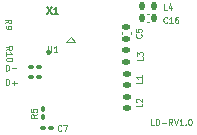
<source format=gto>
G04 #@! TF.GenerationSoftware,KiCad,Pcbnew,8.0.9-8.0.9-0~ubuntu22.04.1*
G04 #@! TF.CreationDate,2025-06-17T17:41:38-06:00*
G04 #@! TF.ProjectId,dongle,646f6e67-6c65-42e6-9b69-6361645f7063,rev?*
G04 #@! TF.SameCoordinates,Original*
G04 #@! TF.FileFunction,Legend,Top*
G04 #@! TF.FilePolarity,Positive*
%FSLAX46Y46*%
G04 Gerber Fmt 4.6, Leading zero omitted, Abs format (unit mm)*
G04 Created by KiCad (PCBNEW 8.0.9-8.0.9-0~ubuntu22.04.1) date 2025-06-17 17:41:38*
%MOMM*%
%LPD*%
G01*
G04 APERTURE LIST*
G04 Aperture macros list*
%AMRoundRect*
0 Rectangle with rounded corners*
0 $1 Rounding radius*
0 $2 $3 $4 $5 $6 $7 $8 $9 X,Y pos of 4 corners*
0 Add a 4 corners polygon primitive as box body*
4,1,4,$2,$3,$4,$5,$6,$7,$8,$9,$2,$3,0*
0 Add four circle primitives for the rounded corners*
1,1,$1+$1,$2,$3*
1,1,$1+$1,$4,$5*
1,1,$1+$1,$6,$7*
1,1,$1+$1,$8,$9*
0 Add four rect primitives between the rounded corners*
20,1,$1+$1,$2,$3,$4,$5,0*
20,1,$1+$1,$4,$5,$6,$7,0*
20,1,$1+$1,$6,$7,$8,$9,0*
20,1,$1+$1,$8,$9,$2,$3,0*%
G04 Aperture macros list end*
%ADD10C,0.125000*%
%ADD11C,0.150000*%
%ADD12C,0.250000*%
%ADD13C,0.120000*%
%ADD14C,0.100000*%
%ADD15RoundRect,0.147500X-0.147500X-0.172500X0.147500X-0.172500X0.147500X0.172500X-0.147500X0.172500X0*%
%ADD16R,0.850000X0.300000*%
%ADD17R,0.300000X0.850000*%
%ADD18RoundRect,0.100000X0.100000X-0.130000X0.100000X0.130000X-0.100000X0.130000X-0.100000X-0.130000X0*%
%ADD19RoundRect,0.140000X-0.170000X0.140000X-0.170000X-0.140000X0.170000X-0.140000X0.170000X0.140000X0*%
%ADD20RoundRect,0.100000X0.130000X0.100000X-0.130000X0.100000X-0.130000X-0.100000X0.130000X-0.100000X0*%
%ADD21RoundRect,0.147500X-0.172500X0.147500X-0.172500X-0.147500X0.172500X-0.147500X0.172500X0.147500X0*%
%ADD22RoundRect,0.100000X-0.130000X-0.100000X0.130000X-0.100000X0.130000X0.100000X-0.130000X0.100000X0*%
%ADD23R,1.200000X1.000000*%
%ADD24RoundRect,0.140000X0.140000X0.170000X-0.140000X0.170000X-0.140000X-0.170000X0.140000X-0.170000X0*%
%ADD25RoundRect,0.050000X-0.050000X0.050000X-0.050000X-0.050000X0.050000X-0.050000X0.050000X0.050000X0*%
%ADD26O,2.500000X1.200000*%
G04 APERTURE END LIST*
D10*
X140526283Y-96507309D02*
X140526283Y-96007309D01*
X140526283Y-96007309D02*
X140645331Y-96007309D01*
X140645331Y-96007309D02*
X140716759Y-96031119D01*
X140716759Y-96031119D02*
X140764378Y-96078738D01*
X140764378Y-96078738D02*
X140788188Y-96126357D01*
X140788188Y-96126357D02*
X140811997Y-96221595D01*
X140811997Y-96221595D02*
X140811997Y-96293023D01*
X140811997Y-96293023D02*
X140788188Y-96388261D01*
X140788188Y-96388261D02*
X140764378Y-96435880D01*
X140764378Y-96435880D02*
X140716759Y-96483500D01*
X140716759Y-96483500D02*
X140645331Y-96507309D01*
X140645331Y-96507309D02*
X140526283Y-96507309D01*
X141026283Y-96316833D02*
X141407236Y-96316833D01*
X141216759Y-96507309D02*
X141216759Y-96126357D01*
X140501283Y-95282309D02*
X140501283Y-94782309D01*
X140501283Y-94782309D02*
X140620331Y-94782309D01*
X140620331Y-94782309D02*
X140691759Y-94806119D01*
X140691759Y-94806119D02*
X140739378Y-94853738D01*
X140739378Y-94853738D02*
X140763188Y-94901357D01*
X140763188Y-94901357D02*
X140786997Y-94996595D01*
X140786997Y-94996595D02*
X140786997Y-95068023D01*
X140786997Y-95068023D02*
X140763188Y-95163261D01*
X140763188Y-95163261D02*
X140739378Y-95210880D01*
X140739378Y-95210880D02*
X140691759Y-95258500D01*
X140691759Y-95258500D02*
X140620331Y-95282309D01*
X140620331Y-95282309D02*
X140501283Y-95282309D01*
X141001283Y-95091833D02*
X141382236Y-95091833D01*
X153039378Y-99882309D02*
X152801283Y-99882309D01*
X152801283Y-99882309D02*
X152801283Y-99382309D01*
X153206045Y-99882309D02*
X153206045Y-99382309D01*
X153206045Y-99382309D02*
X153325093Y-99382309D01*
X153325093Y-99382309D02*
X153396521Y-99406119D01*
X153396521Y-99406119D02*
X153444140Y-99453738D01*
X153444140Y-99453738D02*
X153467950Y-99501357D01*
X153467950Y-99501357D02*
X153491759Y-99596595D01*
X153491759Y-99596595D02*
X153491759Y-99668023D01*
X153491759Y-99668023D02*
X153467950Y-99763261D01*
X153467950Y-99763261D02*
X153444140Y-99810880D01*
X153444140Y-99810880D02*
X153396521Y-99858500D01*
X153396521Y-99858500D02*
X153325093Y-99882309D01*
X153325093Y-99882309D02*
X153206045Y-99882309D01*
X153706045Y-99691833D02*
X154086998Y-99691833D01*
X154610807Y-99882309D02*
X154444141Y-99644214D01*
X154325093Y-99882309D02*
X154325093Y-99382309D01*
X154325093Y-99382309D02*
X154515569Y-99382309D01*
X154515569Y-99382309D02*
X154563188Y-99406119D01*
X154563188Y-99406119D02*
X154586998Y-99429928D01*
X154586998Y-99429928D02*
X154610807Y-99477547D01*
X154610807Y-99477547D02*
X154610807Y-99548976D01*
X154610807Y-99548976D02*
X154586998Y-99596595D01*
X154586998Y-99596595D02*
X154563188Y-99620404D01*
X154563188Y-99620404D02*
X154515569Y-99644214D01*
X154515569Y-99644214D02*
X154325093Y-99644214D01*
X154753665Y-99382309D02*
X154920331Y-99882309D01*
X154920331Y-99882309D02*
X155086998Y-99382309D01*
X155515569Y-99882309D02*
X155229855Y-99882309D01*
X155372712Y-99882309D02*
X155372712Y-99382309D01*
X155372712Y-99382309D02*
X155325093Y-99453738D01*
X155325093Y-99453738D02*
X155277474Y-99501357D01*
X155277474Y-99501357D02*
X155229855Y-99525166D01*
X155729854Y-99834690D02*
X155753664Y-99858500D01*
X155753664Y-99858500D02*
X155729854Y-99882309D01*
X155729854Y-99882309D02*
X155706045Y-99858500D01*
X155706045Y-99858500D02*
X155729854Y-99834690D01*
X155729854Y-99834690D02*
X155729854Y-99882309D01*
X156063187Y-99382309D02*
X156110806Y-99382309D01*
X156110806Y-99382309D02*
X156158425Y-99406119D01*
X156158425Y-99406119D02*
X156182235Y-99429928D01*
X156182235Y-99429928D02*
X156206044Y-99477547D01*
X156206044Y-99477547D02*
X156229854Y-99572785D01*
X156229854Y-99572785D02*
X156229854Y-99691833D01*
X156229854Y-99691833D02*
X156206044Y-99787071D01*
X156206044Y-99787071D02*
X156182235Y-99834690D01*
X156182235Y-99834690D02*
X156158425Y-99858500D01*
X156158425Y-99858500D02*
X156110806Y-99882309D01*
X156110806Y-99882309D02*
X156063187Y-99882309D01*
X156063187Y-99882309D02*
X156015568Y-99858500D01*
X156015568Y-99858500D02*
X155991759Y-99834690D01*
X155991759Y-99834690D02*
X155967949Y-99787071D01*
X155967949Y-99787071D02*
X155944140Y-99691833D01*
X155944140Y-99691833D02*
X155944140Y-99572785D01*
X155944140Y-99572785D02*
X155967949Y-99477547D01*
X155967949Y-99477547D02*
X155991759Y-99429928D01*
X155991759Y-99429928D02*
X156015568Y-99406119D01*
X156015568Y-99406119D02*
X156063187Y-99382309D01*
X154141666Y-90124809D02*
X153903571Y-90124809D01*
X153903571Y-90124809D02*
X153903571Y-89624809D01*
X154522619Y-89791476D02*
X154522619Y-90124809D01*
X154403571Y-89601000D02*
X154284524Y-89958142D01*
X154284524Y-89958142D02*
X154594047Y-89958142D01*
X144069047Y-93199809D02*
X144069047Y-93604571D01*
X144069047Y-93604571D02*
X144092857Y-93652190D01*
X144092857Y-93652190D02*
X144116666Y-93676000D01*
X144116666Y-93676000D02*
X144164285Y-93699809D01*
X144164285Y-93699809D02*
X144259523Y-93699809D01*
X144259523Y-93699809D02*
X144307142Y-93676000D01*
X144307142Y-93676000D02*
X144330952Y-93652190D01*
X144330952Y-93652190D02*
X144354761Y-93604571D01*
X144354761Y-93604571D02*
X144354761Y-93199809D01*
X144854762Y-93699809D02*
X144569048Y-93699809D01*
X144711905Y-93699809D02*
X144711905Y-93199809D01*
X144711905Y-93199809D02*
X144664286Y-93271238D01*
X144664286Y-93271238D02*
X144616667Y-93318857D01*
X144616667Y-93318857D02*
X144569048Y-93342666D01*
X143124809Y-98983333D02*
X142886714Y-99149999D01*
X143124809Y-99269047D02*
X142624809Y-99269047D01*
X142624809Y-99269047D02*
X142624809Y-99078571D01*
X142624809Y-99078571D02*
X142648619Y-99030952D01*
X142648619Y-99030952D02*
X142672428Y-99007142D01*
X142672428Y-99007142D02*
X142720047Y-98983333D01*
X142720047Y-98983333D02*
X142791476Y-98983333D01*
X142791476Y-98983333D02*
X142839095Y-99007142D01*
X142839095Y-99007142D02*
X142862904Y-99030952D01*
X142862904Y-99030952D02*
X142886714Y-99078571D01*
X142886714Y-99078571D02*
X142886714Y-99269047D01*
X142624809Y-98530952D02*
X142624809Y-98769047D01*
X142624809Y-98769047D02*
X142862904Y-98792856D01*
X142862904Y-98792856D02*
X142839095Y-98769047D01*
X142839095Y-98769047D02*
X142815285Y-98721428D01*
X142815285Y-98721428D02*
X142815285Y-98602380D01*
X142815285Y-98602380D02*
X142839095Y-98554761D01*
X142839095Y-98554761D02*
X142862904Y-98530952D01*
X142862904Y-98530952D02*
X142910523Y-98507142D01*
X142910523Y-98507142D02*
X143029571Y-98507142D01*
X143029571Y-98507142D02*
X143077190Y-98530952D01*
X143077190Y-98530952D02*
X143101000Y-98554761D01*
X143101000Y-98554761D02*
X143124809Y-98602380D01*
X143124809Y-98602380D02*
X143124809Y-98721428D01*
X143124809Y-98721428D02*
X143101000Y-98769047D01*
X143101000Y-98769047D02*
X143077190Y-98792856D01*
X151952190Y-92208333D02*
X151976000Y-92232142D01*
X151976000Y-92232142D02*
X151999809Y-92303571D01*
X151999809Y-92303571D02*
X151999809Y-92351190D01*
X151999809Y-92351190D02*
X151976000Y-92422618D01*
X151976000Y-92422618D02*
X151928380Y-92470237D01*
X151928380Y-92470237D02*
X151880761Y-92494047D01*
X151880761Y-92494047D02*
X151785523Y-92517856D01*
X151785523Y-92517856D02*
X151714095Y-92517856D01*
X151714095Y-92517856D02*
X151618857Y-92494047D01*
X151618857Y-92494047D02*
X151571238Y-92470237D01*
X151571238Y-92470237D02*
X151523619Y-92422618D01*
X151523619Y-92422618D02*
X151499809Y-92351190D01*
X151499809Y-92351190D02*
X151499809Y-92303571D01*
X151499809Y-92303571D02*
X151523619Y-92232142D01*
X151523619Y-92232142D02*
X151547428Y-92208333D01*
X151499809Y-91755952D02*
X151499809Y-91994047D01*
X151499809Y-91994047D02*
X151737904Y-92017856D01*
X151737904Y-92017856D02*
X151714095Y-91994047D01*
X151714095Y-91994047D02*
X151690285Y-91946428D01*
X151690285Y-91946428D02*
X151690285Y-91827380D01*
X151690285Y-91827380D02*
X151714095Y-91779761D01*
X151714095Y-91779761D02*
X151737904Y-91755952D01*
X151737904Y-91755952D02*
X151785523Y-91732142D01*
X151785523Y-91732142D02*
X151904571Y-91732142D01*
X151904571Y-91732142D02*
X151952190Y-91755952D01*
X151952190Y-91755952D02*
X151976000Y-91779761D01*
X151976000Y-91779761D02*
X151999809Y-91827380D01*
X151999809Y-91827380D02*
X151999809Y-91946428D01*
X151999809Y-91946428D02*
X151976000Y-91994047D01*
X151976000Y-91994047D02*
X151952190Y-92017856D01*
X145191666Y-100352190D02*
X145167857Y-100376000D01*
X145167857Y-100376000D02*
X145096428Y-100399809D01*
X145096428Y-100399809D02*
X145048809Y-100399809D01*
X145048809Y-100399809D02*
X144977381Y-100376000D01*
X144977381Y-100376000D02*
X144929762Y-100328380D01*
X144929762Y-100328380D02*
X144905952Y-100280761D01*
X144905952Y-100280761D02*
X144882143Y-100185523D01*
X144882143Y-100185523D02*
X144882143Y-100114095D01*
X144882143Y-100114095D02*
X144905952Y-100018857D01*
X144905952Y-100018857D02*
X144929762Y-99971238D01*
X144929762Y-99971238D02*
X144977381Y-99923619D01*
X144977381Y-99923619D02*
X145048809Y-99899809D01*
X145048809Y-99899809D02*
X145096428Y-99899809D01*
X145096428Y-99899809D02*
X145167857Y-99923619D01*
X145167857Y-99923619D02*
X145191666Y-99947428D01*
X145358333Y-99899809D02*
X145691666Y-99899809D01*
X145691666Y-99899809D02*
X145477381Y-100399809D01*
X152024809Y-96108333D02*
X152024809Y-96346428D01*
X152024809Y-96346428D02*
X151524809Y-96346428D01*
X152024809Y-95679761D02*
X152024809Y-95965475D01*
X152024809Y-95822618D02*
X151524809Y-95822618D01*
X151524809Y-95822618D02*
X151596238Y-95870237D01*
X151596238Y-95870237D02*
X151643857Y-95917856D01*
X151643857Y-95917856D02*
X151667666Y-95965475D01*
X140473770Y-91295603D02*
X140708920Y-91124806D01*
X140468783Y-91009932D02*
X140968707Y-91001206D01*
X140968707Y-91001206D02*
X140972032Y-91191653D01*
X140972032Y-91191653D02*
X140949057Y-91239680D01*
X140949057Y-91239680D02*
X140925666Y-91263902D01*
X140925666Y-91263902D02*
X140878470Y-91288538D01*
X140878470Y-91288538D02*
X140807052Y-91289785D01*
X140807052Y-91289785D02*
X140759025Y-91266810D01*
X140759025Y-91266810D02*
X140734804Y-91243420D01*
X140734804Y-91243420D02*
X140710167Y-91196224D01*
X140710167Y-91196224D02*
X140706842Y-91005776D01*
X140477925Y-91533662D02*
X140479587Y-91628885D01*
X140479587Y-91628885D02*
X140504224Y-91676081D01*
X140504224Y-91676081D02*
X140528446Y-91699472D01*
X140528446Y-91699472D02*
X140600694Y-91745837D01*
X140600694Y-91745837D02*
X140696334Y-91767981D01*
X140696334Y-91767981D02*
X140886781Y-91764656D01*
X140886781Y-91764656D02*
X140933977Y-91740019D01*
X140933977Y-91740019D02*
X140957367Y-91715798D01*
X140957367Y-91715798D02*
X140980342Y-91667771D01*
X140980342Y-91667771D02*
X140978680Y-91572547D01*
X140978680Y-91572547D02*
X140954043Y-91525351D01*
X140954043Y-91525351D02*
X140929822Y-91501961D01*
X140929822Y-91501961D02*
X140881794Y-91478986D01*
X140881794Y-91478986D02*
X140762765Y-91481063D01*
X140762765Y-91481063D02*
X140715569Y-91505700D01*
X140715569Y-91505700D02*
X140692178Y-91529922D01*
X140692178Y-91529922D02*
X140669203Y-91577949D01*
X140669203Y-91577949D02*
X140670866Y-91673173D01*
X140670866Y-91673173D02*
X140695503Y-91720369D01*
X140695503Y-91720369D02*
X140719724Y-91743759D01*
X140719724Y-91743759D02*
X140767751Y-91766734D01*
D11*
X144014285Y-89894771D02*
X144414285Y-90494771D01*
X144414285Y-89894771D02*
X144014285Y-90494771D01*
X144957142Y-90494771D02*
X144614285Y-90494771D01*
X144785714Y-90494771D02*
X144785714Y-89894771D01*
X144785714Y-89894771D02*
X144728571Y-89980485D01*
X144728571Y-89980485D02*
X144671428Y-90037628D01*
X144671428Y-90037628D02*
X144614285Y-90066200D01*
D10*
X152024809Y-98083333D02*
X152024809Y-98321428D01*
X152024809Y-98321428D02*
X151524809Y-98321428D01*
X151572428Y-97940475D02*
X151548619Y-97916666D01*
X151548619Y-97916666D02*
X151524809Y-97869047D01*
X151524809Y-97869047D02*
X151524809Y-97749999D01*
X151524809Y-97749999D02*
X151548619Y-97702380D01*
X151548619Y-97702380D02*
X151572428Y-97678571D01*
X151572428Y-97678571D02*
X151620047Y-97654761D01*
X151620047Y-97654761D02*
X151667666Y-97654761D01*
X151667666Y-97654761D02*
X151739095Y-97678571D01*
X151739095Y-97678571D02*
X152024809Y-97964285D01*
X152024809Y-97964285D02*
X152024809Y-97654761D01*
X140519615Y-93532544D02*
X140754765Y-93361747D01*
X140514628Y-93246873D02*
X141014552Y-93238147D01*
X141014552Y-93238147D02*
X141017876Y-93428594D01*
X141017876Y-93428594D02*
X140994901Y-93476621D01*
X140994901Y-93476621D02*
X140971511Y-93500843D01*
X140971511Y-93500843D02*
X140924315Y-93525480D01*
X140924315Y-93525480D02*
X140852897Y-93526726D01*
X140852897Y-93526726D02*
X140804870Y-93503752D01*
X140804870Y-93503752D02*
X140780648Y-93480361D01*
X140780648Y-93480361D02*
X140756011Y-93433165D01*
X140756011Y-93433165D02*
X140752687Y-93242718D01*
X140527925Y-94008662D02*
X140522939Y-93722991D01*
X140525432Y-93865826D02*
X141025356Y-93857100D01*
X141025356Y-93857100D02*
X140953107Y-93810735D01*
X140953107Y-93810735D02*
X140904664Y-93763954D01*
X140904664Y-93763954D02*
X140880027Y-93716758D01*
X141033251Y-94309412D02*
X141034082Y-94357024D01*
X141034082Y-94357024D02*
X141011107Y-94405051D01*
X141011107Y-94405051D02*
X140987717Y-94429272D01*
X140987717Y-94429272D02*
X140940521Y-94453909D01*
X140940521Y-94453909D02*
X140845713Y-94479377D01*
X140845713Y-94479377D02*
X140726683Y-94481455D01*
X140726683Y-94481455D02*
X140631044Y-94459311D01*
X140631044Y-94459311D02*
X140583017Y-94436336D01*
X140583017Y-94436336D02*
X140558795Y-94412946D01*
X140558795Y-94412946D02*
X140534158Y-94365750D01*
X140534158Y-94365750D02*
X140533327Y-94318138D01*
X140533327Y-94318138D02*
X140556302Y-94270111D01*
X140556302Y-94270111D02*
X140579692Y-94245889D01*
X140579692Y-94245889D02*
X140626889Y-94221252D01*
X140626889Y-94221252D02*
X140721697Y-94195784D01*
X140721697Y-94195784D02*
X140840726Y-94193707D01*
X140840726Y-94193707D02*
X140936365Y-94215850D01*
X140936365Y-94215850D02*
X140984393Y-94238825D01*
X140984393Y-94238825D02*
X141008614Y-94262216D01*
X141008614Y-94262216D02*
X141033251Y-94309412D01*
X154153571Y-91202190D02*
X154129762Y-91226000D01*
X154129762Y-91226000D02*
X154058333Y-91249809D01*
X154058333Y-91249809D02*
X154010714Y-91249809D01*
X154010714Y-91249809D02*
X153939286Y-91226000D01*
X153939286Y-91226000D02*
X153891667Y-91178380D01*
X153891667Y-91178380D02*
X153867857Y-91130761D01*
X153867857Y-91130761D02*
X153844048Y-91035523D01*
X153844048Y-91035523D02*
X153844048Y-90964095D01*
X153844048Y-90964095D02*
X153867857Y-90868857D01*
X153867857Y-90868857D02*
X153891667Y-90821238D01*
X153891667Y-90821238D02*
X153939286Y-90773619D01*
X153939286Y-90773619D02*
X154010714Y-90749809D01*
X154010714Y-90749809D02*
X154058333Y-90749809D01*
X154058333Y-90749809D02*
X154129762Y-90773619D01*
X154129762Y-90773619D02*
X154153571Y-90797428D01*
X154629762Y-91249809D02*
X154344048Y-91249809D01*
X154486905Y-91249809D02*
X154486905Y-90749809D01*
X154486905Y-90749809D02*
X154439286Y-90821238D01*
X154439286Y-90821238D02*
X154391667Y-90868857D01*
X154391667Y-90868857D02*
X154344048Y-90892666D01*
X155058333Y-90749809D02*
X154963095Y-90749809D01*
X154963095Y-90749809D02*
X154915476Y-90773619D01*
X154915476Y-90773619D02*
X154891666Y-90797428D01*
X154891666Y-90797428D02*
X154844047Y-90868857D01*
X154844047Y-90868857D02*
X154820238Y-90964095D01*
X154820238Y-90964095D02*
X154820238Y-91154571D01*
X154820238Y-91154571D02*
X154844047Y-91202190D01*
X154844047Y-91202190D02*
X154867857Y-91226000D01*
X154867857Y-91226000D02*
X154915476Y-91249809D01*
X154915476Y-91249809D02*
X155010714Y-91249809D01*
X155010714Y-91249809D02*
X155058333Y-91226000D01*
X155058333Y-91226000D02*
X155082142Y-91202190D01*
X155082142Y-91202190D02*
X155105952Y-91154571D01*
X155105952Y-91154571D02*
X155105952Y-91035523D01*
X155105952Y-91035523D02*
X155082142Y-90987904D01*
X155082142Y-90987904D02*
X155058333Y-90964095D01*
X155058333Y-90964095D02*
X155010714Y-90940285D01*
X155010714Y-90940285D02*
X154915476Y-90940285D01*
X154915476Y-90940285D02*
X154867857Y-90964095D01*
X154867857Y-90964095D02*
X154844047Y-90987904D01*
X154844047Y-90987904D02*
X154820238Y-91035523D01*
X152099809Y-94133333D02*
X152099809Y-94371428D01*
X152099809Y-94371428D02*
X151599809Y-94371428D01*
X151599809Y-94014285D02*
X151599809Y-93704761D01*
X151599809Y-93704761D02*
X151790285Y-93871428D01*
X151790285Y-93871428D02*
X151790285Y-93799999D01*
X151790285Y-93799999D02*
X151814095Y-93752380D01*
X151814095Y-93752380D02*
X151837904Y-93728571D01*
X151837904Y-93728571D02*
X151885523Y-93704761D01*
X151885523Y-93704761D02*
X152004571Y-93704761D01*
X152004571Y-93704761D02*
X152052190Y-93728571D01*
X152052190Y-93728571D02*
X152076000Y-93752380D01*
X152076000Y-93752380D02*
X152099809Y-93799999D01*
X152099809Y-93799999D02*
X152099809Y-93942856D01*
X152099809Y-93942856D02*
X152076000Y-93990475D01*
X152076000Y-93990475D02*
X152052190Y-94014285D01*
D12*
X144250000Y-93725000D02*
G75*
G02*
X144000000Y-93725000I-125000J0D01*
G01*
X144000000Y-93725000D02*
G75*
G02*
X144250000Y-93725000I125000J0D01*
G01*
D13*
X150339998Y-91997166D02*
X150340002Y-92212837D01*
X151059998Y-91997161D02*
X151060002Y-92212832D01*
D14*
X145580000Y-92839998D02*
X146380000Y-92839998D01*
X145990000Y-92409998D02*
X145580000Y-92839998D01*
X146380000Y-92839998D02*
X145990000Y-92409998D01*
D13*
X152657836Y-90465000D02*
X152442164Y-90465000D01*
X152657836Y-91185000D02*
X152442164Y-91185000D01*
%LPC*%
D15*
X152065000Y-89800000D03*
X153035000Y-89800000D03*
D16*
X144550000Y-94475000D03*
X144550000Y-94975000D03*
X144550000Y-95475000D03*
X144550000Y-95975000D03*
X144550000Y-96475000D03*
X144550000Y-96975000D03*
X144550000Y-97475000D03*
X144550000Y-97975000D03*
D17*
X145250000Y-98675000D03*
X145750000Y-98675000D03*
X146250000Y-98675000D03*
X146750000Y-98675000D03*
X147250000Y-98675000D03*
X147750000Y-98675000D03*
X148250000Y-98675000D03*
X148750000Y-98675000D03*
D16*
X149450000Y-97975000D03*
X149450000Y-97475000D03*
X149450000Y-96975000D03*
X149450000Y-96475000D03*
X149450000Y-95975000D03*
X149450000Y-95475000D03*
X149450000Y-94975000D03*
X149450000Y-94475000D03*
D17*
X148750000Y-93775000D03*
X148250000Y-93775000D03*
X147750000Y-93775000D03*
X147250000Y-93775000D03*
X146750000Y-93775000D03*
X146250000Y-93775000D03*
X145750000Y-93775000D03*
X145250000Y-93775000D03*
D18*
X143675002Y-99195000D03*
X143674998Y-98555000D03*
D19*
X150700000Y-91625000D03*
X150700000Y-92584998D03*
D20*
X144319998Y-100124997D03*
X143680002Y-100125003D03*
D21*
X150750000Y-95540000D03*
X150750000Y-96510000D03*
D22*
X142655000Y-95000000D03*
X143295000Y-95000000D03*
D23*
X146050000Y-91599998D03*
X147750000Y-91599998D03*
X147750000Y-90299998D03*
X146050000Y-90299998D03*
D21*
X150725000Y-97515000D03*
X150725000Y-98485000D03*
D22*
X142654999Y-95799999D03*
X143295001Y-95800001D03*
D24*
X153030000Y-90825000D03*
X152070000Y-90825000D03*
D25*
X153080002Y-89600002D03*
D21*
X150700000Y-93565000D03*
X150700000Y-94535000D03*
D26*
X142163495Y-97199998D03*
X142163504Y-92499997D03*
%LPD*%
M02*

</source>
